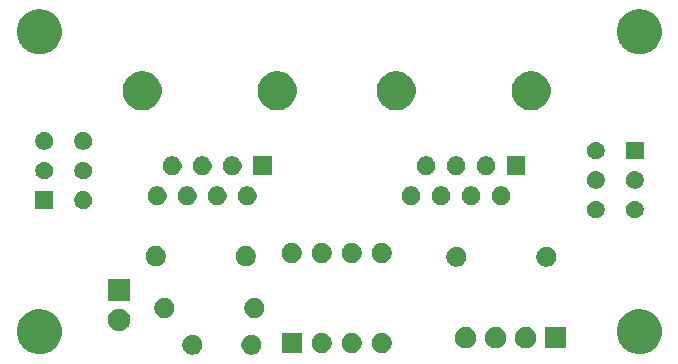
<source format=gbr>
G04 #@! TF.GenerationSoftware,KiCad,Pcbnew,(5.1.5)-3*
G04 #@! TF.CreationDate,2020-03-20T22:34:58-04:00*
G04 #@! TF.ProjectId,PB_16,50425f31-362e-46b6-9963-61645f706362,3*
G04 #@! TF.SameCoordinates,Original*
G04 #@! TF.FileFunction,Soldermask,Top*
G04 #@! TF.FilePolarity,Negative*
%FSLAX46Y46*%
G04 Gerber Fmt 4.6, Leading zero omitted, Abs format (unit mm)*
G04 Created by KiCad (PCBNEW (5.1.5)-3) date 2020-03-20 22:34:58*
%MOMM*%
%LPD*%
G04 APERTURE LIST*
%ADD10C,0.100000*%
G04 APERTURE END LIST*
D10*
G36*
X105848228Y-99331703D02*
G01*
X106003100Y-99395853D01*
X106142481Y-99488985D01*
X106261015Y-99607519D01*
X106354147Y-99746900D01*
X106418297Y-99901772D01*
X106451000Y-100066184D01*
X106451000Y-100233816D01*
X106418297Y-100398228D01*
X106354147Y-100553100D01*
X106261015Y-100692481D01*
X106142481Y-100811015D01*
X106003100Y-100904147D01*
X105848228Y-100968297D01*
X105683816Y-101001000D01*
X105516184Y-101001000D01*
X105351772Y-100968297D01*
X105196900Y-100904147D01*
X105057519Y-100811015D01*
X104938985Y-100692481D01*
X104845853Y-100553100D01*
X104781703Y-100398228D01*
X104749000Y-100233816D01*
X104749000Y-100066184D01*
X104781703Y-99901772D01*
X104845853Y-99746900D01*
X104938985Y-99607519D01*
X105057519Y-99488985D01*
X105196900Y-99395853D01*
X105351772Y-99331703D01*
X105516184Y-99299000D01*
X105683816Y-99299000D01*
X105848228Y-99331703D01*
G37*
G36*
X100848228Y-99331703D02*
G01*
X101003100Y-99395853D01*
X101142481Y-99488985D01*
X101261015Y-99607519D01*
X101354147Y-99746900D01*
X101418297Y-99901772D01*
X101451000Y-100066184D01*
X101451000Y-100233816D01*
X101418297Y-100398228D01*
X101354147Y-100553100D01*
X101261015Y-100692481D01*
X101142481Y-100811015D01*
X101003100Y-100904147D01*
X100848228Y-100968297D01*
X100683816Y-101001000D01*
X100516184Y-101001000D01*
X100351772Y-100968297D01*
X100196900Y-100904147D01*
X100057519Y-100811015D01*
X99938985Y-100692481D01*
X99845853Y-100553100D01*
X99781703Y-100398228D01*
X99749000Y-100233816D01*
X99749000Y-100066184D01*
X99781703Y-99901772D01*
X99845853Y-99746900D01*
X99938985Y-99607519D01*
X100057519Y-99488985D01*
X100196900Y-99395853D01*
X100351772Y-99331703D01*
X100516184Y-99299000D01*
X100683816Y-99299000D01*
X100848228Y-99331703D01*
G37*
G36*
X88000866Y-97195527D02*
G01*
X88184501Y-97232054D01*
X88530461Y-97375356D01*
X88841817Y-97583397D01*
X89106603Y-97848183D01*
X89314644Y-98159539D01*
X89451720Y-98490467D01*
X89457946Y-98505500D01*
X89526501Y-98850147D01*
X89531000Y-98872768D01*
X89531000Y-99247232D01*
X89457946Y-99614501D01*
X89314644Y-99960461D01*
X89106603Y-100271817D01*
X88841817Y-100536603D01*
X88530461Y-100744644D01*
X88530460Y-100744645D01*
X88530459Y-100744645D01*
X88429132Y-100786616D01*
X88184501Y-100887946D01*
X88000866Y-100924473D01*
X87817233Y-100961000D01*
X87442767Y-100961000D01*
X87075499Y-100887946D01*
X86830868Y-100786616D01*
X86729541Y-100744645D01*
X86729540Y-100744645D01*
X86729539Y-100744644D01*
X86418183Y-100536603D01*
X86153397Y-100271817D01*
X85945356Y-99960461D01*
X85802054Y-99614501D01*
X85729000Y-99247232D01*
X85729000Y-98872768D01*
X85733500Y-98850147D01*
X85802054Y-98505500D01*
X85808281Y-98490467D01*
X85945356Y-98159539D01*
X86153397Y-97848183D01*
X86418183Y-97583397D01*
X86729539Y-97375356D01*
X87075499Y-97232054D01*
X87442767Y-97159000D01*
X87817233Y-97159000D01*
X88000866Y-97195527D01*
G37*
G36*
X138800866Y-97195527D02*
G01*
X138984501Y-97232054D01*
X139330461Y-97375356D01*
X139641817Y-97583397D01*
X139906603Y-97848183D01*
X140114644Y-98159539D01*
X140251720Y-98490467D01*
X140257946Y-98505500D01*
X140326501Y-98850147D01*
X140331000Y-98872768D01*
X140331000Y-99247232D01*
X140257946Y-99614501D01*
X140114644Y-99960461D01*
X139906603Y-100271817D01*
X139641817Y-100536603D01*
X139330461Y-100744644D01*
X139330460Y-100744645D01*
X139330459Y-100744645D01*
X139229132Y-100786616D01*
X138984501Y-100887946D01*
X138800866Y-100924473D01*
X138617233Y-100961000D01*
X138242767Y-100961000D01*
X137875499Y-100887946D01*
X137630868Y-100786616D01*
X137529541Y-100744645D01*
X137529540Y-100744645D01*
X137529539Y-100744644D01*
X137218183Y-100536603D01*
X136953397Y-100271817D01*
X136745356Y-99960461D01*
X136602054Y-99614501D01*
X136529000Y-99247232D01*
X136529000Y-98872768D01*
X136533500Y-98850147D01*
X136602054Y-98505500D01*
X136608281Y-98490467D01*
X136745356Y-98159539D01*
X136953397Y-97848183D01*
X137218183Y-97583397D01*
X137529539Y-97375356D01*
X137875499Y-97232054D01*
X138242767Y-97159000D01*
X138617233Y-97159000D01*
X138800866Y-97195527D01*
G37*
G36*
X116868228Y-99181703D02*
G01*
X117023100Y-99245853D01*
X117162481Y-99338985D01*
X117281015Y-99457519D01*
X117374147Y-99596900D01*
X117438297Y-99751772D01*
X117471000Y-99916184D01*
X117471000Y-100083816D01*
X117438297Y-100248228D01*
X117374147Y-100403100D01*
X117281015Y-100542481D01*
X117162481Y-100661015D01*
X117023100Y-100754147D01*
X116868228Y-100818297D01*
X116703816Y-100851000D01*
X116536184Y-100851000D01*
X116371772Y-100818297D01*
X116216900Y-100754147D01*
X116077519Y-100661015D01*
X115958985Y-100542481D01*
X115865853Y-100403100D01*
X115801703Y-100248228D01*
X115769000Y-100083816D01*
X115769000Y-99916184D01*
X115801703Y-99751772D01*
X115865853Y-99596900D01*
X115958985Y-99457519D01*
X116077519Y-99338985D01*
X116216900Y-99245853D01*
X116371772Y-99181703D01*
X116536184Y-99149000D01*
X116703816Y-99149000D01*
X116868228Y-99181703D01*
G37*
G36*
X109851000Y-100851000D02*
G01*
X108149000Y-100851000D01*
X108149000Y-99149000D01*
X109851000Y-99149000D01*
X109851000Y-100851000D01*
G37*
G36*
X111788228Y-99181703D02*
G01*
X111943100Y-99245853D01*
X112082481Y-99338985D01*
X112201015Y-99457519D01*
X112294147Y-99596900D01*
X112358297Y-99751772D01*
X112391000Y-99916184D01*
X112391000Y-100083816D01*
X112358297Y-100248228D01*
X112294147Y-100403100D01*
X112201015Y-100542481D01*
X112082481Y-100661015D01*
X111943100Y-100754147D01*
X111788228Y-100818297D01*
X111623816Y-100851000D01*
X111456184Y-100851000D01*
X111291772Y-100818297D01*
X111136900Y-100754147D01*
X110997519Y-100661015D01*
X110878985Y-100542481D01*
X110785853Y-100403100D01*
X110721703Y-100248228D01*
X110689000Y-100083816D01*
X110689000Y-99916184D01*
X110721703Y-99751772D01*
X110785853Y-99596900D01*
X110878985Y-99457519D01*
X110997519Y-99338985D01*
X111136900Y-99245853D01*
X111291772Y-99181703D01*
X111456184Y-99149000D01*
X111623816Y-99149000D01*
X111788228Y-99181703D01*
G37*
G36*
X114328228Y-99181703D02*
G01*
X114483100Y-99245853D01*
X114622481Y-99338985D01*
X114741015Y-99457519D01*
X114834147Y-99596900D01*
X114898297Y-99751772D01*
X114931000Y-99916184D01*
X114931000Y-100083816D01*
X114898297Y-100248228D01*
X114834147Y-100403100D01*
X114741015Y-100542481D01*
X114622481Y-100661015D01*
X114483100Y-100754147D01*
X114328228Y-100818297D01*
X114163816Y-100851000D01*
X113996184Y-100851000D01*
X113831772Y-100818297D01*
X113676900Y-100754147D01*
X113537519Y-100661015D01*
X113418985Y-100542481D01*
X113325853Y-100403100D01*
X113261703Y-100248228D01*
X113229000Y-100083816D01*
X113229000Y-99916184D01*
X113261703Y-99751772D01*
X113325853Y-99596900D01*
X113418985Y-99457519D01*
X113537519Y-99338985D01*
X113676900Y-99245853D01*
X113831772Y-99181703D01*
X113996184Y-99149000D01*
X114163816Y-99149000D01*
X114328228Y-99181703D01*
G37*
G36*
X132251000Y-100451000D02*
G01*
X130449000Y-100451000D01*
X130449000Y-98649000D01*
X132251000Y-98649000D01*
X132251000Y-100451000D01*
G37*
G36*
X128923512Y-98653927D02*
G01*
X129072812Y-98683624D01*
X129236784Y-98751544D01*
X129384354Y-98850147D01*
X129509853Y-98975646D01*
X129608456Y-99123216D01*
X129676376Y-99287188D01*
X129711000Y-99461259D01*
X129711000Y-99638741D01*
X129676376Y-99812812D01*
X129608456Y-99976784D01*
X129509853Y-100124354D01*
X129384354Y-100249853D01*
X129236784Y-100348456D01*
X129072812Y-100416376D01*
X128923512Y-100446073D01*
X128898742Y-100451000D01*
X128721258Y-100451000D01*
X128696488Y-100446073D01*
X128547188Y-100416376D01*
X128383216Y-100348456D01*
X128235646Y-100249853D01*
X128110147Y-100124354D01*
X128011544Y-99976784D01*
X127943624Y-99812812D01*
X127909000Y-99638741D01*
X127909000Y-99461259D01*
X127943624Y-99287188D01*
X128011544Y-99123216D01*
X128110147Y-98975646D01*
X128235646Y-98850147D01*
X128383216Y-98751544D01*
X128547188Y-98683624D01*
X128696488Y-98653927D01*
X128721258Y-98649000D01*
X128898742Y-98649000D01*
X128923512Y-98653927D01*
G37*
G36*
X126383512Y-98653927D02*
G01*
X126532812Y-98683624D01*
X126696784Y-98751544D01*
X126844354Y-98850147D01*
X126969853Y-98975646D01*
X127068456Y-99123216D01*
X127136376Y-99287188D01*
X127171000Y-99461259D01*
X127171000Y-99638741D01*
X127136376Y-99812812D01*
X127068456Y-99976784D01*
X126969853Y-100124354D01*
X126844354Y-100249853D01*
X126696784Y-100348456D01*
X126532812Y-100416376D01*
X126383512Y-100446073D01*
X126358742Y-100451000D01*
X126181258Y-100451000D01*
X126156488Y-100446073D01*
X126007188Y-100416376D01*
X125843216Y-100348456D01*
X125695646Y-100249853D01*
X125570147Y-100124354D01*
X125471544Y-99976784D01*
X125403624Y-99812812D01*
X125369000Y-99638741D01*
X125369000Y-99461259D01*
X125403624Y-99287188D01*
X125471544Y-99123216D01*
X125570147Y-98975646D01*
X125695646Y-98850147D01*
X125843216Y-98751544D01*
X126007188Y-98683624D01*
X126156488Y-98653927D01*
X126181258Y-98649000D01*
X126358742Y-98649000D01*
X126383512Y-98653927D01*
G37*
G36*
X123843512Y-98653927D02*
G01*
X123992812Y-98683624D01*
X124156784Y-98751544D01*
X124304354Y-98850147D01*
X124429853Y-98975646D01*
X124528456Y-99123216D01*
X124596376Y-99287188D01*
X124631000Y-99461259D01*
X124631000Y-99638741D01*
X124596376Y-99812812D01*
X124528456Y-99976784D01*
X124429853Y-100124354D01*
X124304354Y-100249853D01*
X124156784Y-100348456D01*
X123992812Y-100416376D01*
X123843512Y-100446073D01*
X123818742Y-100451000D01*
X123641258Y-100451000D01*
X123616488Y-100446073D01*
X123467188Y-100416376D01*
X123303216Y-100348456D01*
X123155646Y-100249853D01*
X123030147Y-100124354D01*
X122931544Y-99976784D01*
X122863624Y-99812812D01*
X122829000Y-99638741D01*
X122829000Y-99461259D01*
X122863624Y-99287188D01*
X122931544Y-99123216D01*
X123030147Y-98975646D01*
X123155646Y-98850147D01*
X123303216Y-98751544D01*
X123467188Y-98683624D01*
X123616488Y-98653927D01*
X123641258Y-98649000D01*
X123818742Y-98649000D01*
X123843512Y-98653927D01*
G37*
G36*
X94677395Y-97125546D02*
G01*
X94850466Y-97197234D01*
X94850467Y-97197235D01*
X95006227Y-97301310D01*
X95138690Y-97433773D01*
X95138691Y-97433775D01*
X95242766Y-97589534D01*
X95314454Y-97762605D01*
X95351000Y-97946333D01*
X95351000Y-98133667D01*
X95314454Y-98317395D01*
X95242766Y-98490466D01*
X95191081Y-98567818D01*
X95138690Y-98646227D01*
X95006227Y-98778690D01*
X94927818Y-98831081D01*
X94850466Y-98882766D01*
X94677395Y-98954454D01*
X94493667Y-98991000D01*
X94306333Y-98991000D01*
X94122605Y-98954454D01*
X93949534Y-98882766D01*
X93872182Y-98831081D01*
X93793773Y-98778690D01*
X93661310Y-98646227D01*
X93608919Y-98567818D01*
X93557234Y-98490466D01*
X93485546Y-98317395D01*
X93449000Y-98133667D01*
X93449000Y-97946333D01*
X93485546Y-97762605D01*
X93557234Y-97589534D01*
X93661309Y-97433775D01*
X93661310Y-97433773D01*
X93793773Y-97301310D01*
X93949533Y-97197235D01*
X93949534Y-97197234D01*
X94122605Y-97125546D01*
X94306333Y-97089000D01*
X94493667Y-97089000D01*
X94677395Y-97125546D01*
G37*
G36*
X98478228Y-96231703D02*
G01*
X98633100Y-96295853D01*
X98772481Y-96388985D01*
X98891015Y-96507519D01*
X98984147Y-96646900D01*
X99048297Y-96801772D01*
X99081000Y-96966184D01*
X99081000Y-97133816D01*
X99048297Y-97298228D01*
X98984147Y-97453100D01*
X98891015Y-97592481D01*
X98772481Y-97711015D01*
X98633100Y-97804147D01*
X98478228Y-97868297D01*
X98313816Y-97901000D01*
X98146184Y-97901000D01*
X97981772Y-97868297D01*
X97826900Y-97804147D01*
X97687519Y-97711015D01*
X97568985Y-97592481D01*
X97475853Y-97453100D01*
X97411703Y-97298228D01*
X97379000Y-97133816D01*
X97379000Y-96966184D01*
X97411703Y-96801772D01*
X97475853Y-96646900D01*
X97568985Y-96507519D01*
X97687519Y-96388985D01*
X97826900Y-96295853D01*
X97981772Y-96231703D01*
X98146184Y-96199000D01*
X98313816Y-96199000D01*
X98478228Y-96231703D01*
G37*
G36*
X106098228Y-96231703D02*
G01*
X106253100Y-96295853D01*
X106392481Y-96388985D01*
X106511015Y-96507519D01*
X106604147Y-96646900D01*
X106668297Y-96801772D01*
X106701000Y-96966184D01*
X106701000Y-97133816D01*
X106668297Y-97298228D01*
X106604147Y-97453100D01*
X106511015Y-97592481D01*
X106392481Y-97711015D01*
X106253100Y-97804147D01*
X106098228Y-97868297D01*
X105933816Y-97901000D01*
X105766184Y-97901000D01*
X105601772Y-97868297D01*
X105446900Y-97804147D01*
X105307519Y-97711015D01*
X105188985Y-97592481D01*
X105095853Y-97453100D01*
X105031703Y-97298228D01*
X104999000Y-97133816D01*
X104999000Y-96966184D01*
X105031703Y-96801772D01*
X105095853Y-96646900D01*
X105188985Y-96507519D01*
X105307519Y-96388985D01*
X105446900Y-96295853D01*
X105601772Y-96231703D01*
X105766184Y-96199000D01*
X105933816Y-96199000D01*
X106098228Y-96231703D01*
G37*
G36*
X95351000Y-96451000D02*
G01*
X93449000Y-96451000D01*
X93449000Y-94549000D01*
X95351000Y-94549000D01*
X95351000Y-96451000D01*
G37*
G36*
X123198228Y-91881703D02*
G01*
X123353100Y-91945853D01*
X123492481Y-92038985D01*
X123611015Y-92157519D01*
X123704147Y-92296900D01*
X123768297Y-92451772D01*
X123801000Y-92616184D01*
X123801000Y-92783816D01*
X123768297Y-92948228D01*
X123704147Y-93103100D01*
X123611015Y-93242481D01*
X123492481Y-93361015D01*
X123353100Y-93454147D01*
X123198228Y-93518297D01*
X123033816Y-93551000D01*
X122866184Y-93551000D01*
X122701772Y-93518297D01*
X122546900Y-93454147D01*
X122407519Y-93361015D01*
X122288985Y-93242481D01*
X122195853Y-93103100D01*
X122131703Y-92948228D01*
X122099000Y-92783816D01*
X122099000Y-92616184D01*
X122131703Y-92451772D01*
X122195853Y-92296900D01*
X122288985Y-92157519D01*
X122407519Y-92038985D01*
X122546900Y-91945853D01*
X122701772Y-91881703D01*
X122866184Y-91849000D01*
X123033816Y-91849000D01*
X123198228Y-91881703D01*
G37*
G36*
X130818228Y-91881703D02*
G01*
X130973100Y-91945853D01*
X131112481Y-92038985D01*
X131231015Y-92157519D01*
X131324147Y-92296900D01*
X131388297Y-92451772D01*
X131421000Y-92616184D01*
X131421000Y-92783816D01*
X131388297Y-92948228D01*
X131324147Y-93103100D01*
X131231015Y-93242481D01*
X131112481Y-93361015D01*
X130973100Y-93454147D01*
X130818228Y-93518297D01*
X130653816Y-93551000D01*
X130486184Y-93551000D01*
X130321772Y-93518297D01*
X130166900Y-93454147D01*
X130027519Y-93361015D01*
X129908985Y-93242481D01*
X129815853Y-93103100D01*
X129751703Y-92948228D01*
X129719000Y-92783816D01*
X129719000Y-92616184D01*
X129751703Y-92451772D01*
X129815853Y-92296900D01*
X129908985Y-92157519D01*
X130027519Y-92038985D01*
X130166900Y-91945853D01*
X130321772Y-91881703D01*
X130486184Y-91849000D01*
X130653816Y-91849000D01*
X130818228Y-91881703D01*
G37*
G36*
X105368228Y-91831703D02*
G01*
X105523100Y-91895853D01*
X105662481Y-91988985D01*
X105781015Y-92107519D01*
X105874147Y-92246900D01*
X105938297Y-92401772D01*
X105971000Y-92566184D01*
X105971000Y-92733816D01*
X105938297Y-92898228D01*
X105874147Y-93053100D01*
X105781015Y-93192481D01*
X105662481Y-93311015D01*
X105523100Y-93404147D01*
X105368228Y-93468297D01*
X105203816Y-93501000D01*
X105036184Y-93501000D01*
X104871772Y-93468297D01*
X104716900Y-93404147D01*
X104577519Y-93311015D01*
X104458985Y-93192481D01*
X104365853Y-93053100D01*
X104301703Y-92898228D01*
X104269000Y-92733816D01*
X104269000Y-92566184D01*
X104301703Y-92401772D01*
X104365853Y-92246900D01*
X104458985Y-92107519D01*
X104577519Y-91988985D01*
X104716900Y-91895853D01*
X104871772Y-91831703D01*
X105036184Y-91799000D01*
X105203816Y-91799000D01*
X105368228Y-91831703D01*
G37*
G36*
X97748228Y-91831703D02*
G01*
X97903100Y-91895853D01*
X98042481Y-91988985D01*
X98161015Y-92107519D01*
X98254147Y-92246900D01*
X98318297Y-92401772D01*
X98351000Y-92566184D01*
X98351000Y-92733816D01*
X98318297Y-92898228D01*
X98254147Y-93053100D01*
X98161015Y-93192481D01*
X98042481Y-93311015D01*
X97903100Y-93404147D01*
X97748228Y-93468297D01*
X97583816Y-93501000D01*
X97416184Y-93501000D01*
X97251772Y-93468297D01*
X97096900Y-93404147D01*
X96957519Y-93311015D01*
X96838985Y-93192481D01*
X96745853Y-93053100D01*
X96681703Y-92898228D01*
X96649000Y-92733816D01*
X96649000Y-92566184D01*
X96681703Y-92401772D01*
X96745853Y-92246900D01*
X96838985Y-92107519D01*
X96957519Y-91988985D01*
X97096900Y-91895853D01*
X97251772Y-91831703D01*
X97416184Y-91799000D01*
X97583816Y-91799000D01*
X97748228Y-91831703D01*
G37*
G36*
X111788228Y-91561703D02*
G01*
X111943100Y-91625853D01*
X112082481Y-91718985D01*
X112201015Y-91837519D01*
X112294147Y-91976900D01*
X112358297Y-92131772D01*
X112391000Y-92296184D01*
X112391000Y-92463816D01*
X112358297Y-92628228D01*
X112294147Y-92783100D01*
X112201015Y-92922481D01*
X112082481Y-93041015D01*
X111943100Y-93134147D01*
X111788228Y-93198297D01*
X111623816Y-93231000D01*
X111456184Y-93231000D01*
X111291772Y-93198297D01*
X111136900Y-93134147D01*
X110997519Y-93041015D01*
X110878985Y-92922481D01*
X110785853Y-92783100D01*
X110721703Y-92628228D01*
X110689000Y-92463816D01*
X110689000Y-92296184D01*
X110721703Y-92131772D01*
X110785853Y-91976900D01*
X110878985Y-91837519D01*
X110997519Y-91718985D01*
X111136900Y-91625853D01*
X111291772Y-91561703D01*
X111456184Y-91529000D01*
X111623816Y-91529000D01*
X111788228Y-91561703D01*
G37*
G36*
X114328228Y-91561703D02*
G01*
X114483100Y-91625853D01*
X114622481Y-91718985D01*
X114741015Y-91837519D01*
X114834147Y-91976900D01*
X114898297Y-92131772D01*
X114931000Y-92296184D01*
X114931000Y-92463816D01*
X114898297Y-92628228D01*
X114834147Y-92783100D01*
X114741015Y-92922481D01*
X114622481Y-93041015D01*
X114483100Y-93134147D01*
X114328228Y-93198297D01*
X114163816Y-93231000D01*
X113996184Y-93231000D01*
X113831772Y-93198297D01*
X113676900Y-93134147D01*
X113537519Y-93041015D01*
X113418985Y-92922481D01*
X113325853Y-92783100D01*
X113261703Y-92628228D01*
X113229000Y-92463816D01*
X113229000Y-92296184D01*
X113261703Y-92131772D01*
X113325853Y-91976900D01*
X113418985Y-91837519D01*
X113537519Y-91718985D01*
X113676900Y-91625853D01*
X113831772Y-91561703D01*
X113996184Y-91529000D01*
X114163816Y-91529000D01*
X114328228Y-91561703D01*
G37*
G36*
X116868228Y-91561703D02*
G01*
X117023100Y-91625853D01*
X117162481Y-91718985D01*
X117281015Y-91837519D01*
X117374147Y-91976900D01*
X117438297Y-92131772D01*
X117471000Y-92296184D01*
X117471000Y-92463816D01*
X117438297Y-92628228D01*
X117374147Y-92783100D01*
X117281015Y-92922481D01*
X117162481Y-93041015D01*
X117023100Y-93134147D01*
X116868228Y-93198297D01*
X116703816Y-93231000D01*
X116536184Y-93231000D01*
X116371772Y-93198297D01*
X116216900Y-93134147D01*
X116077519Y-93041015D01*
X115958985Y-92922481D01*
X115865853Y-92783100D01*
X115801703Y-92628228D01*
X115769000Y-92463816D01*
X115769000Y-92296184D01*
X115801703Y-92131772D01*
X115865853Y-91976900D01*
X115958985Y-91837519D01*
X116077519Y-91718985D01*
X116216900Y-91625853D01*
X116371772Y-91561703D01*
X116536184Y-91529000D01*
X116703816Y-91529000D01*
X116868228Y-91561703D01*
G37*
G36*
X109248228Y-91561703D02*
G01*
X109403100Y-91625853D01*
X109542481Y-91718985D01*
X109661015Y-91837519D01*
X109754147Y-91976900D01*
X109818297Y-92131772D01*
X109851000Y-92296184D01*
X109851000Y-92463816D01*
X109818297Y-92628228D01*
X109754147Y-92783100D01*
X109661015Y-92922481D01*
X109542481Y-93041015D01*
X109403100Y-93134147D01*
X109248228Y-93198297D01*
X109083816Y-93231000D01*
X108916184Y-93231000D01*
X108751772Y-93198297D01*
X108596900Y-93134147D01*
X108457519Y-93041015D01*
X108338985Y-92922481D01*
X108245853Y-92783100D01*
X108181703Y-92628228D01*
X108149000Y-92463816D01*
X108149000Y-92296184D01*
X108181703Y-92131772D01*
X108245853Y-91976900D01*
X108338985Y-91837519D01*
X108457519Y-91718985D01*
X108596900Y-91625853D01*
X108751772Y-91561703D01*
X108916184Y-91529000D01*
X109083816Y-91529000D01*
X109248228Y-91561703D01*
G37*
G36*
X138249487Y-87973967D02*
G01*
X138269059Y-87977860D01*
X138405732Y-88034472D01*
X138528735Y-88116660D01*
X138633340Y-88221265D01*
X138715528Y-88344268D01*
X138772140Y-88480941D01*
X138801000Y-88626033D01*
X138801000Y-88773967D01*
X138772140Y-88919059D01*
X138715528Y-89055732D01*
X138633340Y-89178735D01*
X138528735Y-89283340D01*
X138405732Y-89365528D01*
X138405731Y-89365529D01*
X138405730Y-89365529D01*
X138269059Y-89422140D01*
X138123968Y-89451000D01*
X137976032Y-89451000D01*
X137830941Y-89422140D01*
X137694270Y-89365529D01*
X137694269Y-89365529D01*
X137694268Y-89365528D01*
X137571265Y-89283340D01*
X137466660Y-89178735D01*
X137384472Y-89055732D01*
X137327860Y-88919059D01*
X137299000Y-88773967D01*
X137299000Y-88626033D01*
X137327860Y-88480941D01*
X137384472Y-88344268D01*
X137466660Y-88221265D01*
X137571265Y-88116660D01*
X137694268Y-88034472D01*
X137830941Y-87977860D01*
X137850513Y-87973967D01*
X137976032Y-87949000D01*
X138123968Y-87949000D01*
X138249487Y-87973967D01*
G37*
G36*
X134949487Y-87973967D02*
G01*
X134969059Y-87977860D01*
X135105732Y-88034472D01*
X135228735Y-88116660D01*
X135333340Y-88221265D01*
X135415528Y-88344268D01*
X135472140Y-88480941D01*
X135501000Y-88626033D01*
X135501000Y-88773967D01*
X135472140Y-88919059D01*
X135415528Y-89055732D01*
X135333340Y-89178735D01*
X135228735Y-89283340D01*
X135105732Y-89365528D01*
X135105731Y-89365529D01*
X135105730Y-89365529D01*
X134969059Y-89422140D01*
X134823968Y-89451000D01*
X134676032Y-89451000D01*
X134530941Y-89422140D01*
X134394270Y-89365529D01*
X134394269Y-89365529D01*
X134394268Y-89365528D01*
X134271265Y-89283340D01*
X134166660Y-89178735D01*
X134084472Y-89055732D01*
X134027860Y-88919059D01*
X133999000Y-88773967D01*
X133999000Y-88626033D01*
X134027860Y-88480941D01*
X134084472Y-88344268D01*
X134166660Y-88221265D01*
X134271265Y-88116660D01*
X134394268Y-88034472D01*
X134530941Y-87977860D01*
X134550513Y-87973967D01*
X134676032Y-87949000D01*
X134823968Y-87949000D01*
X134949487Y-87973967D01*
G37*
G36*
X88801000Y-88651000D02*
G01*
X87299000Y-88651000D01*
X87299000Y-87149000D01*
X88801000Y-87149000D01*
X88801000Y-88651000D01*
G37*
G36*
X91569059Y-87177860D02*
G01*
X91705732Y-87234472D01*
X91828735Y-87316660D01*
X91933340Y-87421265D01*
X91959962Y-87461108D01*
X92015529Y-87544270D01*
X92072140Y-87680941D01*
X92101000Y-87826032D01*
X92101000Y-87973968D01*
X92072140Y-88119059D01*
X92017970Y-88249838D01*
X92015528Y-88255732D01*
X91933340Y-88378735D01*
X91828735Y-88483340D01*
X91705732Y-88565528D01*
X91705731Y-88565529D01*
X91705730Y-88565529D01*
X91569059Y-88622140D01*
X91423968Y-88651000D01*
X91276032Y-88651000D01*
X91130941Y-88622140D01*
X90994270Y-88565529D01*
X90994269Y-88565529D01*
X90994268Y-88565528D01*
X90871265Y-88483340D01*
X90766660Y-88378735D01*
X90684472Y-88255732D01*
X90682031Y-88249838D01*
X90627860Y-88119059D01*
X90599000Y-87973968D01*
X90599000Y-87826032D01*
X90627860Y-87680941D01*
X90684471Y-87544270D01*
X90740038Y-87461108D01*
X90766660Y-87421265D01*
X90871265Y-87316660D01*
X90994268Y-87234472D01*
X91130941Y-87177860D01*
X91276032Y-87149000D01*
X91423968Y-87149000D01*
X91569059Y-87177860D01*
G37*
G36*
X97843642Y-86769781D02*
G01*
X97989414Y-86830162D01*
X97989416Y-86830163D01*
X98120608Y-86917822D01*
X98232178Y-87029392D01*
X98312097Y-87149000D01*
X98319838Y-87160586D01*
X98380219Y-87306358D01*
X98411000Y-87461107D01*
X98411000Y-87618893D01*
X98380219Y-87773642D01*
X98319838Y-87919414D01*
X98319837Y-87919416D01*
X98232178Y-88050608D01*
X98120608Y-88162178D01*
X97989416Y-88249837D01*
X97989415Y-88249838D01*
X97989414Y-88249838D01*
X97843642Y-88310219D01*
X97688893Y-88341000D01*
X97531107Y-88341000D01*
X97376358Y-88310219D01*
X97230586Y-88249838D01*
X97230585Y-88249838D01*
X97230584Y-88249837D01*
X97099392Y-88162178D01*
X96987822Y-88050608D01*
X96900163Y-87919416D01*
X96900162Y-87919414D01*
X96839781Y-87773642D01*
X96809000Y-87618893D01*
X96809000Y-87461107D01*
X96839781Y-87306358D01*
X96900162Y-87160586D01*
X96907903Y-87149000D01*
X96987822Y-87029392D01*
X97099392Y-86917822D01*
X97230584Y-86830163D01*
X97230586Y-86830162D01*
X97376358Y-86769781D01*
X97531107Y-86739000D01*
X97688893Y-86739000D01*
X97843642Y-86769781D01*
G37*
G36*
X121883642Y-86769781D02*
G01*
X122029414Y-86830162D01*
X122029416Y-86830163D01*
X122160608Y-86917822D01*
X122272178Y-87029392D01*
X122352097Y-87149000D01*
X122359838Y-87160586D01*
X122420219Y-87306358D01*
X122451000Y-87461107D01*
X122451000Y-87618893D01*
X122420219Y-87773642D01*
X122359838Y-87919414D01*
X122359837Y-87919416D01*
X122272178Y-88050608D01*
X122160608Y-88162178D01*
X122029416Y-88249837D01*
X122029415Y-88249838D01*
X122029414Y-88249838D01*
X121883642Y-88310219D01*
X121728893Y-88341000D01*
X121571107Y-88341000D01*
X121416358Y-88310219D01*
X121270586Y-88249838D01*
X121270585Y-88249838D01*
X121270584Y-88249837D01*
X121139392Y-88162178D01*
X121027822Y-88050608D01*
X120940163Y-87919416D01*
X120940162Y-87919414D01*
X120879781Y-87773642D01*
X120849000Y-87618893D01*
X120849000Y-87461107D01*
X120879781Y-87306358D01*
X120940162Y-87160586D01*
X120947903Y-87149000D01*
X121027822Y-87029392D01*
X121139392Y-86917822D01*
X121270584Y-86830163D01*
X121270586Y-86830162D01*
X121416358Y-86769781D01*
X121571107Y-86739000D01*
X121728893Y-86739000D01*
X121883642Y-86769781D01*
G37*
G36*
X119343642Y-86769781D02*
G01*
X119489414Y-86830162D01*
X119489416Y-86830163D01*
X119620608Y-86917822D01*
X119732178Y-87029392D01*
X119812097Y-87149000D01*
X119819838Y-87160586D01*
X119880219Y-87306358D01*
X119911000Y-87461107D01*
X119911000Y-87618893D01*
X119880219Y-87773642D01*
X119819838Y-87919414D01*
X119819837Y-87919416D01*
X119732178Y-88050608D01*
X119620608Y-88162178D01*
X119489416Y-88249837D01*
X119489415Y-88249838D01*
X119489414Y-88249838D01*
X119343642Y-88310219D01*
X119188893Y-88341000D01*
X119031107Y-88341000D01*
X118876358Y-88310219D01*
X118730586Y-88249838D01*
X118730585Y-88249838D01*
X118730584Y-88249837D01*
X118599392Y-88162178D01*
X118487822Y-88050608D01*
X118400163Y-87919416D01*
X118400162Y-87919414D01*
X118339781Y-87773642D01*
X118309000Y-87618893D01*
X118309000Y-87461107D01*
X118339781Y-87306358D01*
X118400162Y-87160586D01*
X118407903Y-87149000D01*
X118487822Y-87029392D01*
X118599392Y-86917822D01*
X118730584Y-86830163D01*
X118730586Y-86830162D01*
X118876358Y-86769781D01*
X119031107Y-86739000D01*
X119188893Y-86739000D01*
X119343642Y-86769781D01*
G37*
G36*
X124423642Y-86769781D02*
G01*
X124569414Y-86830162D01*
X124569416Y-86830163D01*
X124700608Y-86917822D01*
X124812178Y-87029392D01*
X124892097Y-87149000D01*
X124899838Y-87160586D01*
X124960219Y-87306358D01*
X124991000Y-87461107D01*
X124991000Y-87618893D01*
X124960219Y-87773642D01*
X124899838Y-87919414D01*
X124899837Y-87919416D01*
X124812178Y-88050608D01*
X124700608Y-88162178D01*
X124569416Y-88249837D01*
X124569415Y-88249838D01*
X124569414Y-88249838D01*
X124423642Y-88310219D01*
X124268893Y-88341000D01*
X124111107Y-88341000D01*
X123956358Y-88310219D01*
X123810586Y-88249838D01*
X123810585Y-88249838D01*
X123810584Y-88249837D01*
X123679392Y-88162178D01*
X123567822Y-88050608D01*
X123480163Y-87919416D01*
X123480162Y-87919414D01*
X123419781Y-87773642D01*
X123389000Y-87618893D01*
X123389000Y-87461107D01*
X123419781Y-87306358D01*
X123480162Y-87160586D01*
X123487903Y-87149000D01*
X123567822Y-87029392D01*
X123679392Y-86917822D01*
X123810584Y-86830163D01*
X123810586Y-86830162D01*
X123956358Y-86769781D01*
X124111107Y-86739000D01*
X124268893Y-86739000D01*
X124423642Y-86769781D01*
G37*
G36*
X105463642Y-86769781D02*
G01*
X105609414Y-86830162D01*
X105609416Y-86830163D01*
X105740608Y-86917822D01*
X105852178Y-87029392D01*
X105932097Y-87149000D01*
X105939838Y-87160586D01*
X106000219Y-87306358D01*
X106031000Y-87461107D01*
X106031000Y-87618893D01*
X106000219Y-87773642D01*
X105939838Y-87919414D01*
X105939837Y-87919416D01*
X105852178Y-88050608D01*
X105740608Y-88162178D01*
X105609416Y-88249837D01*
X105609415Y-88249838D01*
X105609414Y-88249838D01*
X105463642Y-88310219D01*
X105308893Y-88341000D01*
X105151107Y-88341000D01*
X104996358Y-88310219D01*
X104850586Y-88249838D01*
X104850585Y-88249838D01*
X104850584Y-88249837D01*
X104719392Y-88162178D01*
X104607822Y-88050608D01*
X104520163Y-87919416D01*
X104520162Y-87919414D01*
X104459781Y-87773642D01*
X104429000Y-87618893D01*
X104429000Y-87461107D01*
X104459781Y-87306358D01*
X104520162Y-87160586D01*
X104527903Y-87149000D01*
X104607822Y-87029392D01*
X104719392Y-86917822D01*
X104850584Y-86830163D01*
X104850586Y-86830162D01*
X104996358Y-86769781D01*
X105151107Y-86739000D01*
X105308893Y-86739000D01*
X105463642Y-86769781D01*
G37*
G36*
X102923642Y-86769781D02*
G01*
X103069414Y-86830162D01*
X103069416Y-86830163D01*
X103200608Y-86917822D01*
X103312178Y-87029392D01*
X103392097Y-87149000D01*
X103399838Y-87160586D01*
X103460219Y-87306358D01*
X103491000Y-87461107D01*
X103491000Y-87618893D01*
X103460219Y-87773642D01*
X103399838Y-87919414D01*
X103399837Y-87919416D01*
X103312178Y-88050608D01*
X103200608Y-88162178D01*
X103069416Y-88249837D01*
X103069415Y-88249838D01*
X103069414Y-88249838D01*
X102923642Y-88310219D01*
X102768893Y-88341000D01*
X102611107Y-88341000D01*
X102456358Y-88310219D01*
X102310586Y-88249838D01*
X102310585Y-88249838D01*
X102310584Y-88249837D01*
X102179392Y-88162178D01*
X102067822Y-88050608D01*
X101980163Y-87919416D01*
X101980162Y-87919414D01*
X101919781Y-87773642D01*
X101889000Y-87618893D01*
X101889000Y-87461107D01*
X101919781Y-87306358D01*
X101980162Y-87160586D01*
X101987903Y-87149000D01*
X102067822Y-87029392D01*
X102179392Y-86917822D01*
X102310584Y-86830163D01*
X102310586Y-86830162D01*
X102456358Y-86769781D01*
X102611107Y-86739000D01*
X102768893Y-86739000D01*
X102923642Y-86769781D01*
G37*
G36*
X100383642Y-86769781D02*
G01*
X100529414Y-86830162D01*
X100529416Y-86830163D01*
X100660608Y-86917822D01*
X100772178Y-87029392D01*
X100852097Y-87149000D01*
X100859838Y-87160586D01*
X100920219Y-87306358D01*
X100951000Y-87461107D01*
X100951000Y-87618893D01*
X100920219Y-87773642D01*
X100859838Y-87919414D01*
X100859837Y-87919416D01*
X100772178Y-88050608D01*
X100660608Y-88162178D01*
X100529416Y-88249837D01*
X100529415Y-88249838D01*
X100529414Y-88249838D01*
X100383642Y-88310219D01*
X100228893Y-88341000D01*
X100071107Y-88341000D01*
X99916358Y-88310219D01*
X99770586Y-88249838D01*
X99770585Y-88249838D01*
X99770584Y-88249837D01*
X99639392Y-88162178D01*
X99527822Y-88050608D01*
X99440163Y-87919416D01*
X99440162Y-87919414D01*
X99379781Y-87773642D01*
X99349000Y-87618893D01*
X99349000Y-87461107D01*
X99379781Y-87306358D01*
X99440162Y-87160586D01*
X99447903Y-87149000D01*
X99527822Y-87029392D01*
X99639392Y-86917822D01*
X99770584Y-86830163D01*
X99770586Y-86830162D01*
X99916358Y-86769781D01*
X100071107Y-86739000D01*
X100228893Y-86739000D01*
X100383642Y-86769781D01*
G37*
G36*
X126963642Y-86769781D02*
G01*
X127109414Y-86830162D01*
X127109416Y-86830163D01*
X127240608Y-86917822D01*
X127352178Y-87029392D01*
X127432097Y-87149000D01*
X127439838Y-87160586D01*
X127500219Y-87306358D01*
X127531000Y-87461107D01*
X127531000Y-87618893D01*
X127500219Y-87773642D01*
X127439838Y-87919414D01*
X127439837Y-87919416D01*
X127352178Y-88050608D01*
X127240608Y-88162178D01*
X127109416Y-88249837D01*
X127109415Y-88249838D01*
X127109414Y-88249838D01*
X126963642Y-88310219D01*
X126808893Y-88341000D01*
X126651107Y-88341000D01*
X126496358Y-88310219D01*
X126350586Y-88249838D01*
X126350585Y-88249838D01*
X126350584Y-88249837D01*
X126219392Y-88162178D01*
X126107822Y-88050608D01*
X126020163Y-87919416D01*
X126020162Y-87919414D01*
X125959781Y-87773642D01*
X125929000Y-87618893D01*
X125929000Y-87461107D01*
X125959781Y-87306358D01*
X126020162Y-87160586D01*
X126027903Y-87149000D01*
X126107822Y-87029392D01*
X126219392Y-86917822D01*
X126350584Y-86830163D01*
X126350586Y-86830162D01*
X126496358Y-86769781D01*
X126651107Y-86739000D01*
X126808893Y-86739000D01*
X126963642Y-86769781D01*
G37*
G36*
X138269059Y-85477860D02*
G01*
X138348120Y-85510608D01*
X138405732Y-85534472D01*
X138528735Y-85616660D01*
X138633340Y-85721265D01*
X138715528Y-85844268D01*
X138772140Y-85980941D01*
X138801000Y-86126033D01*
X138801000Y-86273967D01*
X138772140Y-86419059D01*
X138715528Y-86555732D01*
X138633340Y-86678735D01*
X138528735Y-86783340D01*
X138405732Y-86865528D01*
X138405731Y-86865529D01*
X138405730Y-86865529D01*
X138269059Y-86922140D01*
X138123968Y-86951000D01*
X137976032Y-86951000D01*
X137830941Y-86922140D01*
X137694270Y-86865529D01*
X137694269Y-86865529D01*
X137694268Y-86865528D01*
X137571265Y-86783340D01*
X137466660Y-86678735D01*
X137384472Y-86555732D01*
X137327860Y-86419059D01*
X137299000Y-86273967D01*
X137299000Y-86126033D01*
X137327860Y-85980941D01*
X137384472Y-85844268D01*
X137466660Y-85721265D01*
X137571265Y-85616660D01*
X137694268Y-85534472D01*
X137751881Y-85510608D01*
X137830941Y-85477860D01*
X137976032Y-85449000D01*
X138123968Y-85449000D01*
X138269059Y-85477860D01*
G37*
G36*
X134969059Y-85477860D02*
G01*
X135048120Y-85510608D01*
X135105732Y-85534472D01*
X135228735Y-85616660D01*
X135333340Y-85721265D01*
X135415528Y-85844268D01*
X135472140Y-85980941D01*
X135501000Y-86126033D01*
X135501000Y-86273967D01*
X135472140Y-86419059D01*
X135415528Y-86555732D01*
X135333340Y-86678735D01*
X135228735Y-86783340D01*
X135105732Y-86865528D01*
X135105731Y-86865529D01*
X135105730Y-86865529D01*
X134969059Y-86922140D01*
X134823968Y-86951000D01*
X134676032Y-86951000D01*
X134530941Y-86922140D01*
X134394270Y-86865529D01*
X134394269Y-86865529D01*
X134394268Y-86865528D01*
X134271265Y-86783340D01*
X134166660Y-86678735D01*
X134084472Y-86555732D01*
X134027860Y-86419059D01*
X133999000Y-86273967D01*
X133999000Y-86126033D01*
X134027860Y-85980941D01*
X134084472Y-85844268D01*
X134166660Y-85721265D01*
X134271265Y-85616660D01*
X134394268Y-85534472D01*
X134451881Y-85510608D01*
X134530941Y-85477860D01*
X134676032Y-85449000D01*
X134823968Y-85449000D01*
X134969059Y-85477860D01*
G37*
G36*
X88269059Y-84677860D02*
G01*
X88405732Y-84734472D01*
X88528735Y-84816660D01*
X88633340Y-84921265D01*
X88633341Y-84921267D01*
X88715529Y-85044270D01*
X88772140Y-85180941D01*
X88801000Y-85326032D01*
X88801000Y-85473968D01*
X88772140Y-85619059D01*
X88734539Y-85709837D01*
X88715528Y-85755732D01*
X88633340Y-85878735D01*
X88528735Y-85983340D01*
X88405732Y-86065528D01*
X88405731Y-86065529D01*
X88405730Y-86065529D01*
X88269059Y-86122140D01*
X88123968Y-86151000D01*
X87976032Y-86151000D01*
X87830941Y-86122140D01*
X87694270Y-86065529D01*
X87694269Y-86065529D01*
X87694268Y-86065528D01*
X87571265Y-85983340D01*
X87466660Y-85878735D01*
X87384472Y-85755732D01*
X87365462Y-85709837D01*
X87327860Y-85619059D01*
X87299000Y-85473968D01*
X87299000Y-85326032D01*
X87327860Y-85180941D01*
X87384471Y-85044270D01*
X87466659Y-84921267D01*
X87466660Y-84921265D01*
X87571265Y-84816660D01*
X87694268Y-84734472D01*
X87830941Y-84677860D01*
X87976032Y-84649000D01*
X88123968Y-84649000D01*
X88269059Y-84677860D01*
G37*
G36*
X91569059Y-84677860D02*
G01*
X91705732Y-84734472D01*
X91828735Y-84816660D01*
X91933340Y-84921265D01*
X91933341Y-84921267D01*
X92015529Y-85044270D01*
X92072140Y-85180941D01*
X92101000Y-85326032D01*
X92101000Y-85473968D01*
X92072140Y-85619059D01*
X92034539Y-85709837D01*
X92015528Y-85755732D01*
X91933340Y-85878735D01*
X91828735Y-85983340D01*
X91705732Y-86065528D01*
X91705731Y-86065529D01*
X91705730Y-86065529D01*
X91569059Y-86122140D01*
X91423968Y-86151000D01*
X91276032Y-86151000D01*
X91130941Y-86122140D01*
X90994270Y-86065529D01*
X90994269Y-86065529D01*
X90994268Y-86065528D01*
X90871265Y-85983340D01*
X90766660Y-85878735D01*
X90684472Y-85755732D01*
X90665462Y-85709837D01*
X90627860Y-85619059D01*
X90599000Y-85473968D01*
X90599000Y-85326032D01*
X90627860Y-85180941D01*
X90684471Y-85044270D01*
X90766659Y-84921267D01*
X90766660Y-84921265D01*
X90871265Y-84816660D01*
X90994268Y-84734472D01*
X91130941Y-84677860D01*
X91276032Y-84649000D01*
X91423968Y-84649000D01*
X91569059Y-84677860D01*
G37*
G36*
X107301000Y-85801000D02*
G01*
X105699000Y-85801000D01*
X105699000Y-84199000D01*
X107301000Y-84199000D01*
X107301000Y-85801000D01*
G37*
G36*
X99113642Y-84229781D02*
G01*
X99259414Y-84290162D01*
X99259416Y-84290163D01*
X99390608Y-84377822D01*
X99502178Y-84489392D01*
X99589837Y-84620584D01*
X99589838Y-84620586D01*
X99650219Y-84766358D01*
X99681000Y-84921107D01*
X99681000Y-85078893D01*
X99650219Y-85233642D01*
X99611949Y-85326033D01*
X99589837Y-85379416D01*
X99502178Y-85510608D01*
X99390608Y-85622178D01*
X99259416Y-85709837D01*
X99259415Y-85709838D01*
X99259414Y-85709838D01*
X99113642Y-85770219D01*
X98958893Y-85801000D01*
X98801107Y-85801000D01*
X98646358Y-85770219D01*
X98500586Y-85709838D01*
X98500585Y-85709838D01*
X98500584Y-85709837D01*
X98369392Y-85622178D01*
X98257822Y-85510608D01*
X98170163Y-85379416D01*
X98148051Y-85326033D01*
X98109781Y-85233642D01*
X98079000Y-85078893D01*
X98079000Y-84921107D01*
X98109781Y-84766358D01*
X98170162Y-84620586D01*
X98170163Y-84620584D01*
X98257822Y-84489392D01*
X98369392Y-84377822D01*
X98500584Y-84290163D01*
X98500586Y-84290162D01*
X98646358Y-84229781D01*
X98801107Y-84199000D01*
X98958893Y-84199000D01*
X99113642Y-84229781D01*
G37*
G36*
X104193642Y-84229781D02*
G01*
X104339414Y-84290162D01*
X104339416Y-84290163D01*
X104470608Y-84377822D01*
X104582178Y-84489392D01*
X104669837Y-84620584D01*
X104669838Y-84620586D01*
X104730219Y-84766358D01*
X104761000Y-84921107D01*
X104761000Y-85078893D01*
X104730219Y-85233642D01*
X104691949Y-85326033D01*
X104669837Y-85379416D01*
X104582178Y-85510608D01*
X104470608Y-85622178D01*
X104339416Y-85709837D01*
X104339415Y-85709838D01*
X104339414Y-85709838D01*
X104193642Y-85770219D01*
X104038893Y-85801000D01*
X103881107Y-85801000D01*
X103726358Y-85770219D01*
X103580586Y-85709838D01*
X103580585Y-85709838D01*
X103580584Y-85709837D01*
X103449392Y-85622178D01*
X103337822Y-85510608D01*
X103250163Y-85379416D01*
X103228051Y-85326033D01*
X103189781Y-85233642D01*
X103159000Y-85078893D01*
X103159000Y-84921107D01*
X103189781Y-84766358D01*
X103250162Y-84620586D01*
X103250163Y-84620584D01*
X103337822Y-84489392D01*
X103449392Y-84377822D01*
X103580584Y-84290163D01*
X103580586Y-84290162D01*
X103726358Y-84229781D01*
X103881107Y-84199000D01*
X104038893Y-84199000D01*
X104193642Y-84229781D01*
G37*
G36*
X128801000Y-85801000D02*
G01*
X127199000Y-85801000D01*
X127199000Y-84199000D01*
X128801000Y-84199000D01*
X128801000Y-85801000D01*
G37*
G36*
X125693642Y-84229781D02*
G01*
X125839414Y-84290162D01*
X125839416Y-84290163D01*
X125970608Y-84377822D01*
X126082178Y-84489392D01*
X126169837Y-84620584D01*
X126169838Y-84620586D01*
X126230219Y-84766358D01*
X126261000Y-84921107D01*
X126261000Y-85078893D01*
X126230219Y-85233642D01*
X126191949Y-85326033D01*
X126169837Y-85379416D01*
X126082178Y-85510608D01*
X125970608Y-85622178D01*
X125839416Y-85709837D01*
X125839415Y-85709838D01*
X125839414Y-85709838D01*
X125693642Y-85770219D01*
X125538893Y-85801000D01*
X125381107Y-85801000D01*
X125226358Y-85770219D01*
X125080586Y-85709838D01*
X125080585Y-85709838D01*
X125080584Y-85709837D01*
X124949392Y-85622178D01*
X124837822Y-85510608D01*
X124750163Y-85379416D01*
X124728051Y-85326033D01*
X124689781Y-85233642D01*
X124659000Y-85078893D01*
X124659000Y-84921107D01*
X124689781Y-84766358D01*
X124750162Y-84620586D01*
X124750163Y-84620584D01*
X124837822Y-84489392D01*
X124949392Y-84377822D01*
X125080584Y-84290163D01*
X125080586Y-84290162D01*
X125226358Y-84229781D01*
X125381107Y-84199000D01*
X125538893Y-84199000D01*
X125693642Y-84229781D01*
G37*
G36*
X120613642Y-84229781D02*
G01*
X120759414Y-84290162D01*
X120759416Y-84290163D01*
X120890608Y-84377822D01*
X121002178Y-84489392D01*
X121089837Y-84620584D01*
X121089838Y-84620586D01*
X121150219Y-84766358D01*
X121181000Y-84921107D01*
X121181000Y-85078893D01*
X121150219Y-85233642D01*
X121111949Y-85326033D01*
X121089837Y-85379416D01*
X121002178Y-85510608D01*
X120890608Y-85622178D01*
X120759416Y-85709837D01*
X120759415Y-85709838D01*
X120759414Y-85709838D01*
X120613642Y-85770219D01*
X120458893Y-85801000D01*
X120301107Y-85801000D01*
X120146358Y-85770219D01*
X120000586Y-85709838D01*
X120000585Y-85709838D01*
X120000584Y-85709837D01*
X119869392Y-85622178D01*
X119757822Y-85510608D01*
X119670163Y-85379416D01*
X119648051Y-85326033D01*
X119609781Y-85233642D01*
X119579000Y-85078893D01*
X119579000Y-84921107D01*
X119609781Y-84766358D01*
X119670162Y-84620586D01*
X119670163Y-84620584D01*
X119757822Y-84489392D01*
X119869392Y-84377822D01*
X120000584Y-84290163D01*
X120000586Y-84290162D01*
X120146358Y-84229781D01*
X120301107Y-84199000D01*
X120458893Y-84199000D01*
X120613642Y-84229781D01*
G37*
G36*
X101653642Y-84229781D02*
G01*
X101799414Y-84290162D01*
X101799416Y-84290163D01*
X101930608Y-84377822D01*
X102042178Y-84489392D01*
X102129837Y-84620584D01*
X102129838Y-84620586D01*
X102190219Y-84766358D01*
X102221000Y-84921107D01*
X102221000Y-85078893D01*
X102190219Y-85233642D01*
X102151949Y-85326033D01*
X102129837Y-85379416D01*
X102042178Y-85510608D01*
X101930608Y-85622178D01*
X101799416Y-85709837D01*
X101799415Y-85709838D01*
X101799414Y-85709838D01*
X101653642Y-85770219D01*
X101498893Y-85801000D01*
X101341107Y-85801000D01*
X101186358Y-85770219D01*
X101040586Y-85709838D01*
X101040585Y-85709838D01*
X101040584Y-85709837D01*
X100909392Y-85622178D01*
X100797822Y-85510608D01*
X100710163Y-85379416D01*
X100688051Y-85326033D01*
X100649781Y-85233642D01*
X100619000Y-85078893D01*
X100619000Y-84921107D01*
X100649781Y-84766358D01*
X100710162Y-84620586D01*
X100710163Y-84620584D01*
X100797822Y-84489392D01*
X100909392Y-84377822D01*
X101040584Y-84290163D01*
X101040586Y-84290162D01*
X101186358Y-84229781D01*
X101341107Y-84199000D01*
X101498893Y-84199000D01*
X101653642Y-84229781D01*
G37*
G36*
X123153642Y-84229781D02*
G01*
X123299414Y-84290162D01*
X123299416Y-84290163D01*
X123430608Y-84377822D01*
X123542178Y-84489392D01*
X123629837Y-84620584D01*
X123629838Y-84620586D01*
X123690219Y-84766358D01*
X123721000Y-84921107D01*
X123721000Y-85078893D01*
X123690219Y-85233642D01*
X123651949Y-85326033D01*
X123629837Y-85379416D01*
X123542178Y-85510608D01*
X123430608Y-85622178D01*
X123299416Y-85709837D01*
X123299415Y-85709838D01*
X123299414Y-85709838D01*
X123153642Y-85770219D01*
X122998893Y-85801000D01*
X122841107Y-85801000D01*
X122686358Y-85770219D01*
X122540586Y-85709838D01*
X122540585Y-85709838D01*
X122540584Y-85709837D01*
X122409392Y-85622178D01*
X122297822Y-85510608D01*
X122210163Y-85379416D01*
X122188051Y-85326033D01*
X122149781Y-85233642D01*
X122119000Y-85078893D01*
X122119000Y-84921107D01*
X122149781Y-84766358D01*
X122210162Y-84620586D01*
X122210163Y-84620584D01*
X122297822Y-84489392D01*
X122409392Y-84377822D01*
X122540584Y-84290163D01*
X122540586Y-84290162D01*
X122686358Y-84229781D01*
X122841107Y-84199000D01*
X122998893Y-84199000D01*
X123153642Y-84229781D01*
G37*
G36*
X138801000Y-84451000D02*
G01*
X137299000Y-84451000D01*
X137299000Y-82949000D01*
X138801000Y-82949000D01*
X138801000Y-84451000D01*
G37*
G36*
X134949487Y-82973967D02*
G01*
X134969059Y-82977860D01*
X135105732Y-83034472D01*
X135228735Y-83116660D01*
X135333340Y-83221265D01*
X135415528Y-83344268D01*
X135472140Y-83480941D01*
X135501000Y-83626033D01*
X135501000Y-83773967D01*
X135472140Y-83919059D01*
X135415528Y-84055732D01*
X135333340Y-84178735D01*
X135228735Y-84283340D01*
X135105732Y-84365528D01*
X135105731Y-84365529D01*
X135105730Y-84365529D01*
X134969059Y-84422140D01*
X134823968Y-84451000D01*
X134676032Y-84451000D01*
X134530941Y-84422140D01*
X134394270Y-84365529D01*
X134394269Y-84365529D01*
X134394268Y-84365528D01*
X134271265Y-84283340D01*
X134166660Y-84178735D01*
X134084472Y-84055732D01*
X134027860Y-83919059D01*
X133999000Y-83773967D01*
X133999000Y-83626033D01*
X134027860Y-83480941D01*
X134084472Y-83344268D01*
X134166660Y-83221265D01*
X134271265Y-83116660D01*
X134394268Y-83034472D01*
X134530941Y-82977860D01*
X134550513Y-82973967D01*
X134676032Y-82949000D01*
X134823968Y-82949000D01*
X134949487Y-82973967D01*
G37*
G36*
X91569059Y-82177860D02*
G01*
X91705732Y-82234472D01*
X91828735Y-82316660D01*
X91933340Y-82421265D01*
X92015528Y-82544268D01*
X92072140Y-82680941D01*
X92101000Y-82826033D01*
X92101000Y-82973967D01*
X92072140Y-83119059D01*
X92015528Y-83255732D01*
X91933340Y-83378735D01*
X91828735Y-83483340D01*
X91705732Y-83565528D01*
X91705731Y-83565529D01*
X91705730Y-83565529D01*
X91569059Y-83622140D01*
X91423968Y-83651000D01*
X91276032Y-83651000D01*
X91130941Y-83622140D01*
X90994270Y-83565529D01*
X90994269Y-83565529D01*
X90994268Y-83565528D01*
X90871265Y-83483340D01*
X90766660Y-83378735D01*
X90684472Y-83255732D01*
X90627860Y-83119059D01*
X90599000Y-82973967D01*
X90599000Y-82826033D01*
X90627860Y-82680941D01*
X90684472Y-82544268D01*
X90766660Y-82421265D01*
X90871265Y-82316660D01*
X90994268Y-82234472D01*
X91130941Y-82177860D01*
X91276032Y-82149000D01*
X91423968Y-82149000D01*
X91569059Y-82177860D01*
G37*
G36*
X88269059Y-82177860D02*
G01*
X88405732Y-82234472D01*
X88528735Y-82316660D01*
X88633340Y-82421265D01*
X88715528Y-82544268D01*
X88772140Y-82680941D01*
X88801000Y-82826033D01*
X88801000Y-82973967D01*
X88772140Y-83119059D01*
X88715528Y-83255732D01*
X88633340Y-83378735D01*
X88528735Y-83483340D01*
X88405732Y-83565528D01*
X88405731Y-83565529D01*
X88405730Y-83565529D01*
X88269059Y-83622140D01*
X88123968Y-83651000D01*
X87976032Y-83651000D01*
X87830941Y-83622140D01*
X87694270Y-83565529D01*
X87694269Y-83565529D01*
X87694268Y-83565528D01*
X87571265Y-83483340D01*
X87466660Y-83378735D01*
X87384472Y-83255732D01*
X87327860Y-83119059D01*
X87299000Y-82973967D01*
X87299000Y-82826033D01*
X87327860Y-82680941D01*
X87384472Y-82544268D01*
X87466660Y-82421265D01*
X87571265Y-82316660D01*
X87694268Y-82234472D01*
X87830941Y-82177860D01*
X87976032Y-82149000D01*
X88123968Y-82149000D01*
X88269059Y-82177860D01*
G37*
G36*
X129645256Y-77041298D02*
G01*
X129751579Y-77062447D01*
X130052042Y-77186903D01*
X130322451Y-77367585D01*
X130552415Y-77597549D01*
X130733097Y-77867958D01*
X130857553Y-78168421D01*
X130921000Y-78487391D01*
X130921000Y-78812609D01*
X130857553Y-79131579D01*
X130733097Y-79432042D01*
X130552415Y-79702451D01*
X130322451Y-79932415D01*
X130052042Y-80113097D01*
X129751579Y-80237553D01*
X129645256Y-80258702D01*
X129432611Y-80301000D01*
X129107389Y-80301000D01*
X128894744Y-80258702D01*
X128788421Y-80237553D01*
X128487958Y-80113097D01*
X128217549Y-79932415D01*
X127987585Y-79702451D01*
X127806903Y-79432042D01*
X127682447Y-79131579D01*
X127619000Y-78812609D01*
X127619000Y-78487391D01*
X127682447Y-78168421D01*
X127806903Y-77867958D01*
X127987585Y-77597549D01*
X128217549Y-77367585D01*
X128487958Y-77186903D01*
X128788421Y-77062447D01*
X128894744Y-77041298D01*
X129107389Y-76999000D01*
X129432611Y-76999000D01*
X129645256Y-77041298D01*
G37*
G36*
X108145256Y-77041298D02*
G01*
X108251579Y-77062447D01*
X108552042Y-77186903D01*
X108822451Y-77367585D01*
X109052415Y-77597549D01*
X109233097Y-77867958D01*
X109357553Y-78168421D01*
X109421000Y-78487391D01*
X109421000Y-78812609D01*
X109357553Y-79131579D01*
X109233097Y-79432042D01*
X109052415Y-79702451D01*
X108822451Y-79932415D01*
X108552042Y-80113097D01*
X108251579Y-80237553D01*
X108145256Y-80258702D01*
X107932611Y-80301000D01*
X107607389Y-80301000D01*
X107394744Y-80258702D01*
X107288421Y-80237553D01*
X106987958Y-80113097D01*
X106717549Y-79932415D01*
X106487585Y-79702451D01*
X106306903Y-79432042D01*
X106182447Y-79131579D01*
X106119000Y-78812609D01*
X106119000Y-78487391D01*
X106182447Y-78168421D01*
X106306903Y-77867958D01*
X106487585Y-77597549D01*
X106717549Y-77367585D01*
X106987958Y-77186903D01*
X107288421Y-77062447D01*
X107394744Y-77041298D01*
X107607389Y-76999000D01*
X107932611Y-76999000D01*
X108145256Y-77041298D01*
G37*
G36*
X96715256Y-77041298D02*
G01*
X96821579Y-77062447D01*
X97122042Y-77186903D01*
X97392451Y-77367585D01*
X97622415Y-77597549D01*
X97803097Y-77867958D01*
X97927553Y-78168421D01*
X97991000Y-78487391D01*
X97991000Y-78812609D01*
X97927553Y-79131579D01*
X97803097Y-79432042D01*
X97622415Y-79702451D01*
X97392451Y-79932415D01*
X97122042Y-80113097D01*
X96821579Y-80237553D01*
X96715256Y-80258702D01*
X96502611Y-80301000D01*
X96177389Y-80301000D01*
X95964744Y-80258702D01*
X95858421Y-80237553D01*
X95557958Y-80113097D01*
X95287549Y-79932415D01*
X95057585Y-79702451D01*
X94876903Y-79432042D01*
X94752447Y-79131579D01*
X94689000Y-78812609D01*
X94689000Y-78487391D01*
X94752447Y-78168421D01*
X94876903Y-77867958D01*
X95057585Y-77597549D01*
X95287549Y-77367585D01*
X95557958Y-77186903D01*
X95858421Y-77062447D01*
X95964744Y-77041298D01*
X96177389Y-76999000D01*
X96502611Y-76999000D01*
X96715256Y-77041298D01*
G37*
G36*
X118215256Y-77041298D02*
G01*
X118321579Y-77062447D01*
X118622042Y-77186903D01*
X118892451Y-77367585D01*
X119122415Y-77597549D01*
X119303097Y-77867958D01*
X119427553Y-78168421D01*
X119491000Y-78487391D01*
X119491000Y-78812609D01*
X119427553Y-79131579D01*
X119303097Y-79432042D01*
X119122415Y-79702451D01*
X118892451Y-79932415D01*
X118622042Y-80113097D01*
X118321579Y-80237553D01*
X118215256Y-80258702D01*
X118002611Y-80301000D01*
X117677389Y-80301000D01*
X117464744Y-80258702D01*
X117358421Y-80237553D01*
X117057958Y-80113097D01*
X116787549Y-79932415D01*
X116557585Y-79702451D01*
X116376903Y-79432042D01*
X116252447Y-79131579D01*
X116189000Y-78812609D01*
X116189000Y-78487391D01*
X116252447Y-78168421D01*
X116376903Y-77867958D01*
X116557585Y-77597549D01*
X116787549Y-77367585D01*
X117057958Y-77186903D01*
X117358421Y-77062447D01*
X117464744Y-77041298D01*
X117677389Y-76999000D01*
X118002611Y-76999000D01*
X118215256Y-77041298D01*
G37*
G36*
X88000866Y-71795527D02*
G01*
X88184501Y-71832054D01*
X88530461Y-71975356D01*
X88841817Y-72183397D01*
X89106603Y-72448183D01*
X89314644Y-72759539D01*
X89457946Y-73105499D01*
X89531000Y-73472768D01*
X89531000Y-73847232D01*
X89457946Y-74214501D01*
X89314644Y-74560461D01*
X89106603Y-74871817D01*
X88841817Y-75136603D01*
X88530461Y-75344644D01*
X88184501Y-75487946D01*
X88000866Y-75524473D01*
X87817233Y-75561000D01*
X87442767Y-75561000D01*
X87259134Y-75524473D01*
X87075499Y-75487946D01*
X86729539Y-75344644D01*
X86418183Y-75136603D01*
X86153397Y-74871817D01*
X85945356Y-74560461D01*
X85802054Y-74214501D01*
X85729000Y-73847232D01*
X85729000Y-73472768D01*
X85802054Y-73105499D01*
X85945356Y-72759539D01*
X86153397Y-72448183D01*
X86418183Y-72183397D01*
X86729539Y-71975356D01*
X87075499Y-71832054D01*
X87259134Y-71795527D01*
X87442767Y-71759000D01*
X87817233Y-71759000D01*
X88000866Y-71795527D01*
G37*
G36*
X138800866Y-71795527D02*
G01*
X138984501Y-71832054D01*
X139330461Y-71975356D01*
X139641817Y-72183397D01*
X139906603Y-72448183D01*
X140114644Y-72759539D01*
X140257946Y-73105499D01*
X140331000Y-73472768D01*
X140331000Y-73847232D01*
X140257946Y-74214501D01*
X140114644Y-74560461D01*
X139906603Y-74871817D01*
X139641817Y-75136603D01*
X139330461Y-75344644D01*
X138984501Y-75487946D01*
X138800866Y-75524473D01*
X138617233Y-75561000D01*
X138242767Y-75561000D01*
X138059134Y-75524473D01*
X137875499Y-75487946D01*
X137529539Y-75344644D01*
X137218183Y-75136603D01*
X136953397Y-74871817D01*
X136745356Y-74560461D01*
X136602054Y-74214501D01*
X136529000Y-73847232D01*
X136529000Y-73472768D01*
X136602054Y-73105499D01*
X136745356Y-72759539D01*
X136953397Y-72448183D01*
X137218183Y-72183397D01*
X137529539Y-71975356D01*
X137875499Y-71832054D01*
X138059134Y-71795527D01*
X138242767Y-71759000D01*
X138617233Y-71759000D01*
X138800866Y-71795527D01*
G37*
M02*

</source>
